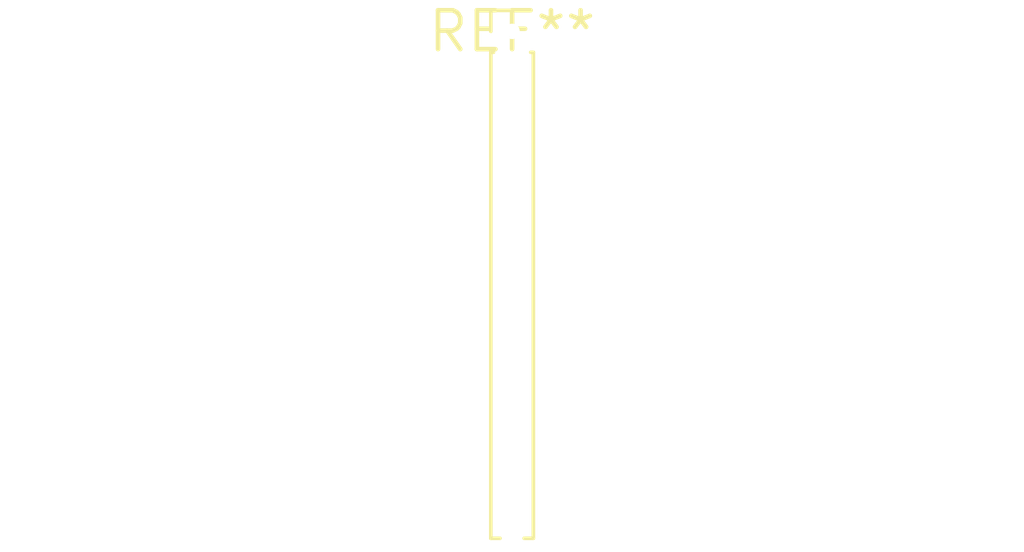
<source format=kicad_pcb>
(kicad_pcb (version 20240108) (generator pcbnew)
  (layers (0 "F.Cu" signal) (31 "B.Cu" signal) (34 "B.Paste" user) (35 "F.Paste" user) (36 "B.SilkS" user "B.Silkscreen") (37 "F.SilkS" user "F.Silkscreen") (38 "B.Mask" user) (39 "F.Mask" user) (44 "Edge.Cuts" user))
  (net 0 "")
  (footprint "PinHeader_1x17_P1.00mm_Vertical" (layer "F.Cu") (at 0 0)
    (property "Reference" "REF**")
    (property "Value" "PinHeader_1x17_P1.00mm_Vertical")
    (fp_line (start -0.695 -0.685) (end 0 -0.685) (layer "F.SilkS") (stroke (width 0.12)))
    (fp_line (start -0.695 0) (end -0.695 -0.685) (layer "F.SilkS") (stroke (width 0.12)))
    (fp_line (start -0.695 0.685) (end -0.695 16.56) (layer "F.SilkS") (stroke (width 0.12)))
    (fp_line (start -0.695 0.685) (end -0.608276 0.685) (layer "F.SilkS") (stroke (width 0.12)))
    (fp_line (start -0.695 16.56) (end -0.394493 16.56) (layer "F.SilkS") (stroke (width 0.12)))
    (fp_line (start 0.394493 16.56) (end 0.695 16.56) (layer "F.SilkS") (stroke (width 0.12)))
    (fp_line (start 0.608276 0.685) (end 0.695 0.685) (layer "F.SilkS") (stroke (width 0.12)))
    (fp_line (start 0.695 0.685) (end 0.695 16.56) (layer "F.SilkS") (stroke (width 0.12)))
    (pad "1" thru_hole rect (at 0 0) (size 0.85 0.85) (drill 0.5) (layers *.Cu *.Mask) (remove_unused_layers))
    (pad "2" thru_hole oval (at 0 1) (size 0.85 0.85) (drill 0.5) (layers *.Cu *.Mask) (remove_unused_layers))
    (pad "3" thru_hole oval (at 0 2) (size 0.85 0.85) (drill 0.5) (layers *.Cu *.Mask) (remove_unused_layers))
    (pad "4" thru_hole oval (at 0 3) (size 0.85 0.85) (drill 0.5) (layers *.Cu *.Mask) (remove_unused_layers))
    (pad "5" thru_hole oval (at 0 4) (size 0.85 0.85) (drill 0.5) (layers *.Cu *.Mask) (remove_unused_layers))
    (pad "6" thru_hole oval (at 0 5) (size 0.85 0.85) (drill 0.5) (layers *.Cu *.Mask) (remove_unused_layers))
    (pad "7" thru_hole oval (at 0 6) (size 0.85 0.85) (drill 0.5) (layers *.Cu *.Mask) (remove_unused_layers))
    (pad "8" thru_hole oval (at 0 7) (size 0.85 0.85) (drill 0.5) (layers *.Cu *.Mask) (remove_unused_layers))
    (pad "9" thru_hole oval (at 0 8) (size 0.85 0.85) (drill 0.5) (layers *.Cu *.Mask) (remove_unused_layers))
    (pad "10" thru_hole oval (at 0 9) (size 0.85 0.85) (drill 0.5) (layers *.Cu *.Mask) (remove_unused_layers))
    (pad "11" thru_hole oval (at 0 10) (size 0.85 0.85) (drill 0.5) (layers *.Cu *.Mask) (remove_unused_layers))
    (pad "12" thru_hole oval (at 0 11) (size 0.85 0.85) (drill 0.5) (layers *.Cu *.Mask) (remove_unused_layers))
    (pad "13" thru_hole oval (at 0 12) (size 0.85 0.85) (drill 0.5) (layers *.Cu *.Mask) (remove_unused_layers))
    (pad "14" thru_hole oval (at 0 13) (size 0.85 0.85) (drill 0.5) (layers *.Cu *.Mask) (remove_unused_layers))
    (pad "15" thru_hole oval (at 0 14) (size 0.85 0.85) (drill 0.5) (layers *.Cu *.Mask) (remove_unused_layers))
    (pad "16" thru_hole oval (at 0 15) (size 0.85 0.85) (drill 0.5) (layers *.Cu *.Mask) (remove_unused_layers))
    (pad "17" thru_hole oval (at 0 16) (size 0.85 0.85) (drill 0.5) (layers *.Cu *.Mask) (remove_unused_layers))
  )
)
</source>
